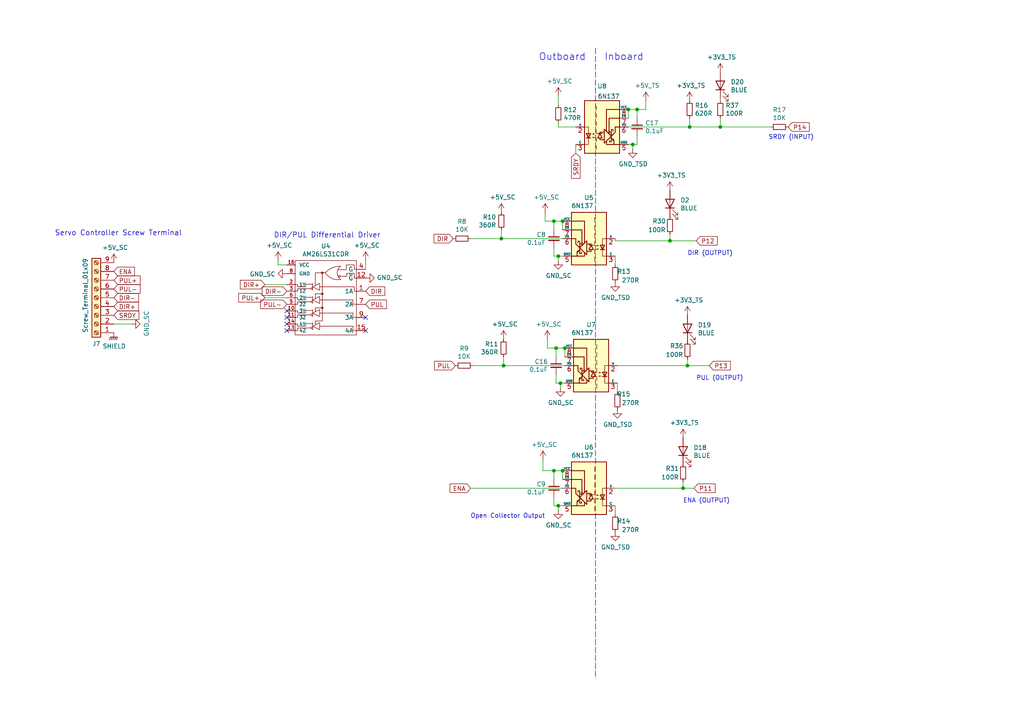
<source format=kicad_sch>
(kicad_sch (version 20211123) (generator eeschema)
  (paper "A4")
  (title_block (title "Tensile Board") (date "2021-02-23") (rev "1"))
  (lib_symbols
    (symbol "Connector:Screw_Terminal_01x09" (pin_names (offset 1.016) hide)
      (property "Reference" "J" (at 0 12.7 0))
      (property "Value" "Screw_Terminal_01x09" (at 0 -12.7 0))
      (symbol "Screw_Terminal_01x09_1_1"
        (rectangle (start -1.27 11.43) (end 1.27 -11.43) (stroke (width 0.254)) (fill (type background)))
        (circle (center 0 -10.16) (radius 0.635) (stroke (width 0.1524)))
        (circle (center 0 -7.62) (radius 0.635) (stroke (width 0.1524)))
        (circle (center 0 -5.08) (radius 0.635) (stroke (width 0.1524)))
        (circle (center 0 -2.54) (radius 0.635) (stroke (width 0.1524)))
        (polyline (pts (xy -0.5334 -9.8298) (xy 0.3302 -10.668)) (stroke (width 0.1524)))
        (polyline (pts (xy -0.5334 -7.2898) (xy 0.3302 -8.128)) (stroke (width 0.1524)))
        (polyline (pts (xy -0.5334 -4.7498) (xy 0.3302 -5.588)) (stroke (width 0.1524)))
        (polyline (pts (xy -0.5334 -2.2098) (xy 0.3302 -3.048)) (stroke (width 0.1524)))
        (polyline (pts (xy -0.5334 0.3302) (xy 0.3302 -0.508)) (stroke (width 0.1524)))
        (polyline (pts (xy -0.5334 2.8702) (xy 0.3302 2.032)) (stroke (width 0.1524)))
        (polyline (pts (xy -0.5334 5.4102) (xy 0.3302 4.572)) (stroke (width 0.1524)))
        (polyline (pts (xy -0.5334 7.9502) (xy 0.3302 7.112)) (stroke (width 0.1524)))
        (polyline (pts (xy -0.5334 10.4902) (xy 0.3302 9.652)) (stroke (width 0.1524)))
        (polyline (pts (xy -0.3556 -9.652) (xy 0.508 -10.4902)) (stroke (width 0.1524)))
        (polyline (pts (xy -0.3556 -7.112) (xy 0.508 -7.9502)) (stroke (width 0.1524)))
        (polyline (pts (xy -0.3556 -4.572) (xy 0.508 -5.4102)) (stroke (width 0.1524)))
        (polyline (pts (xy -0.3556 -2.032) (xy 0.508 -2.8702)) (stroke (width 0.1524)))
        (polyline (pts (xy -0.3556 0.508) (xy 0.508 -0.3302)) (stroke (width 0.1524)))
        (polyline (pts (xy -0.3556 3.048) (xy 0.508 2.2098)) (stroke (width 0.1524)))
        (polyline (pts (xy -0.3556 5.588) (xy 0.508 4.7498)) (stroke (width 0.1524)))
        (polyline (pts (xy -0.3556 8.128) (xy 0.508 7.2898)) (stroke (width 0.1524)))
        (polyline (pts (xy -0.3556 10.668) (xy 0.508 9.8298)) (stroke (width 0.1524)))
        (circle (center 0 0) (radius 0.635) (stroke (width 0.1524)))
        (circle (center 0 2.54) (radius 0.635) (stroke (width 0.1524)))
        (circle (center 0 5.08) (radius 0.635) (stroke (width 0.1524)))
        (circle (center 0 7.62) (radius 0.635) (stroke (width 0.1524)))
        (circle (center 0 10.16) (radius 0.635) (stroke (width 0.1524)))
        (pin passive line (at -5.08 10.16 0) (length 3.81) (name "Pin_1") (number "1"))
        (pin passive line (at -5.08 7.62 0) (length 3.81) (name "Pin_2") (number "2"))
        (pin passive line (at -5.08 5.08 0) (length 3.81) (name "Pin_3") (number "3"))
        (pin passive line (at -5.08 2.54 0) (length 3.81) (name "Pin_4") (number "4"))
        (pin passive line (at -5.08 0 0) (length 3.81) (name "Pin_5") (number "5"))
        (pin passive line (at -5.08 -2.54 0) (length 3.81) (name "Pin_6") (number "6"))
        (pin passive line (at -5.08 -5.08 0) (length 3.81) (name "Pin_7") (number "7"))
        (pin passive line (at -5.08 -7.62 0) (length 3.81) (name "Pin_8") (number "8"))
        (pin passive line (at -5.08 -10.16 0) (length 3.81) (name "Pin_9") (number "9"))
      )
    )
    (symbol "Device:C_Small" (pin_numbers hide) (pin_names (offset 0.254) hide)
      (property "Reference" "C" (at 0.254 1.778 0))
      (property "Value" "C_Small" (at 0.254 -2.032 0))
      (symbol "C_Small_0_1"
        (polyline (pts (xy -1.524 -0.508) (xy 1.524 -0.508)) (stroke (width 0.3302)))
        (polyline (pts (xy -1.524 0.508) (xy 1.524 0.508)) (stroke (width 0.3048)))
      )
      (symbol "C_Small_1_1"
        (pin passive line (at 0 2.54 270) (length 2.032) (name "~") (number "1"))
        (pin passive line (at 0 -2.54 90) (length 2.032) (name "~") (number "2"))
      )
    )
    (symbol "Device:LED" (pin_numbers hide) (pin_names (offset 1.016) hide)
      (property "Reference" "D" (at 0 2.54 0))
      (property "Value" "LED" (at 0 -2.54 0))
      (symbol "LED_0_1"
        (polyline (pts (xy -1.27 -1.27) (xy -1.27 1.27)) (stroke (width 0.254)))
        (polyline (pts (xy -1.27 0) (xy 1.27 0)))
        (polyline (pts (xy 1.27 -1.27) (xy 1.27 1.27) (xy -1.27 0) (xy 1.27 -1.27)) (stroke (width 0.254)))
        (polyline (pts (xy -3.048 -0.762) (xy -4.572 -2.286) (xy -3.81 -2.286) (xy -4.572 -2.286) (xy -4.572 -1.524)))
        (polyline (pts (xy -1.778 -0.762) (xy -3.302 -2.286) (xy -2.54 -2.286) (xy -3.302 -2.286) (xy -3.302 -1.524)))
      )
      (symbol "LED_1_1"
        (pin passive line (at -3.81 0 0) (length 2.54) (name "K") (number "1"))
        (pin passive line (at 3.81 0 180) (length 2.54) (name "A") (number "2"))
      )
    )
    (symbol "Device:R_Small" (pin_numbers hide) (pin_names (offset 0.254) hide)
      (property "Reference" "R" (at 0.762 0.508 0))
      (property "Value" "R_Small" (at 0.762 -1.016 0))
      (symbol "R_Small_0_1"
        (rectangle (start -0.762 1.778) (end 0.762 -1.778) (stroke (width 0.2032)))
      )
      (symbol "R_Small_1_1"
        (pin passive line (at 0 2.54 270) (length 0.762) (name "~") (number "1"))
        (pin passive line (at 0 -2.54 90) (length 0.762) (name "~") (number "2"))
      )
    )
    (symbol "Isolator:6N137" (pin_names (offset 0))
      (property "Reference" "U" (at -4.064 8.89 0))
      (property "Value" "6N137" (at 0 -8.89 0))
      (symbol "6N137_0_1"
        (polyline (pts (xy 2.667 -3.556) (xy 2.667 -1.651)) (stroke (width 0.254)))
        (polyline (pts (xy 2.667 -2.159) (xy 2.667 -2.921)) (stroke (width 0.254)))
        (polyline (pts (xy 3.429 -3.937) (xy 3.429 -5.08)) (stroke (width 0.254)))
        (polyline (pts (xy -0.635 -3.302) (xy -0.635 -3.683) (xy 0.635 -3.683)) (stroke (width 0.254)))
        (polyline (pts (xy -0.635 -1.905) (xy -0.635 -1.524) (xy 0.508 -1.524)) (stroke (width 0.254)))
        (polyline (pts (xy 1.27 -4.064) (xy 1.27 -5.08) (xy 5.08 -5.08)) (stroke (width 0.254)))
        (polyline (pts (xy 1.27 -1.27) (xy 1.27 5.08) (xy 5.08 5.08)) (stroke (width 0.254)))
        (polyline (pts (xy 2.032 -1.27) (xy 2.032 2.54) (xy 5.08 2.54)) (stroke (width 0.254)))
        (polyline (pts (xy -5.08 -5.08) (xy -3.937 -5.08) (xy -3.937 0) (xy -5.08 0)))
        (polyline (pts (xy 2.667 -3.302) (xy 2.667 -4.318) (xy 2.159 -4.318) (xy 2.159 -3.937)) (stroke (width 0.254)))
        (polyline (pts (xy 2.667 -2.667) (xy 0.635 -4.699) (xy 0.635 -0.635) (xy 2.667 -2.667)) (stroke (width 0.254)))
        (polyline (pts (xy 2.667 -1.778) (xy 2.667 -0.762) (xy 3.175 -0.762) (xy 3.175 -1.143)) (stroke (width 0.254)))
        (polyline (pts (xy 2.794 -2.54) (xy 3.81 -1.524) (xy 3.81 0) (xy 5.08 0)) (stroke (width 0.254)))
        (polyline (pts (xy 2.667 -3.175) (xy 3.429 -3.937) (xy 3.302 -3.556) (xy 3.048 -3.81) (xy 3.429 -3.937)) (stroke (width 0.254)))
        (circle (center 2.032 -1.524) (radius 0.254) (stroke (width 0.254)))
      )
      (symbol "6N137_1_1"
        (rectangle (start -5.08 7.62) (end 5.08 -7.62) (stroke (width 0.254)) (fill (type background)))
        (polyline (pts (xy -4.572 -3.175) (xy -3.302 -3.175)) (stroke (width 0.254)))
        (polyline (pts (xy -1.651 -5.334) (xy -1.651 -6.604)))
        (polyline (pts (xy -1.651 -3.048) (xy -1.651 -4.318)))
        (polyline (pts (xy -1.651 -0.762) (xy -1.651 -2.032)))
        (polyline (pts (xy -1.651 1.524) (xy -1.651 0.254)))
        (polyline (pts (xy -1.651 3.81) (xy -1.651 2.54)))
        (polyline (pts (xy -1.651 6.096) (xy -1.651 4.826)))
        (polyline (pts (xy -1.27 -1.905) (xy 0 -1.905)) (stroke (width 0.254)))
        (polyline (pts (xy -3.937 -3.175) (xy -4.572 -1.905) (xy -3.302 -1.905) (xy -3.937 -3.175)) (stroke (width 0.254)))
        (polyline (pts (xy -0.635 -1.905) (xy -1.27 -3.175) (xy 0 -3.175) (xy -0.635 -1.905)) (stroke (width 0.254)))
        (polyline (pts (xy -2.921 -3.048) (xy -2.159 -3.048) (xy -2.54 -3.175) (xy -2.54 -2.921) (xy -2.159 -3.048)) (stroke (width 0.127)))
        (polyline (pts (xy -2.921 -2.032) (xy -2.159 -2.032) (xy -2.54 -2.159) (xy -2.54 -1.905) (xy -2.159 -2.032)) (stroke (width 0.127)))
        (pin no_connect line (at -5.08 5.08 0) (length 2.54) hide (name "NC") (number "1"))
        (pin passive line (at -7.62 0 0) (length 2.54) (name "A") (number "2"))
        (pin passive line (at -7.62 -5.08 0) (length 2.54) (name "C") (number "3"))
        (pin power_in line (at 7.62 -5.08 180) (length 2.54) (name "GND") (number "5"))
        (pin open_collector line (at 7.62 0 180) (length 2.54) (name "VO") (number "6"))
        (pin input line (at 7.62 2.54 180) (length 2.54) (name "EN") (number "7"))
        (pin power_in line (at 7.62 5.08 180) (length 2.54) (name "VCC") (number "8"))
      )
    )
    (symbol "Tensile_Board:+3.3V_TS" (power) (pin_names (offset 0))
      (property "Value" "+3.3V_TS" (at 0 3.556 0))
      (symbol "+3.3V_TS_0_1"
        (polyline (pts (xy -0.762 1.27) (xy 0 2.54)))
        (polyline (pts (xy 0 0) (xy 0 2.54)))
        (polyline (pts (xy 0 2.54) (xy 0.762 1.27)))
      )
      (symbol "+3.3V_TS_1_1"
        (pin power_in line (at 0 0 90) (length 0) hide (name "+3V3_TS") (number "1"))
      )
    )
    (symbol "Tensile_Board:+5V_SC" (power) (pin_names (offset 0))
      (property "Value" "+5V_SC" (at 0 3.556 0))
      (symbol "+5V_SC_0_1"
        (polyline (pts (xy -0.762 1.27) (xy 0 2.54)))
        (polyline (pts (xy 0 0) (xy 0 2.54)))
        (polyline (pts (xy 0 2.54) (xy 0.762 1.27)))
      )
      (symbol "+5V_SC_1_1"
        (pin power_in line (at 0 0 90) (length 0) hide (name "+5V_SC") (number "1"))
      )
    )
    (symbol "Tensile_Board:+5V_TS" (power) (pin_names (offset 0))
      (property "Value" "+5V_TS" (at 0 3.556 0))
      (symbol "+5V_TS_0_1"
        (polyline (pts (xy -0.762 1.27) (xy 0 2.54)))
        (polyline (pts (xy 0 0) (xy 0 2.54)))
        (polyline (pts (xy 0 2.54) (xy 0.762 1.27)))
      )
      (symbol "+5V_TS_1_1"
        (pin power_in line (at 0 0 90) (length 0) hide (name "+5V_TS") (number "1"))
      )
    )
    (symbol "Tensile_Board:AM26LS31CDR" (pin_names (offset 1.016))
      (property "Reference" "U" (at -0.508 13.716 0))
      (property "Value" "AM26LS31CDR" (at 0.254 -10.16 0))
      (symbol "AM26LS31CDR_0_1"
        (rectangle (start -8.763 12.7) (end 9.017 -8.89))
        (arc (start -4.191 7.239) (mid -3.1715 9.144) (end -4.191 11.049))
        (arc (start -4.191 7.239) (mid -1.674 7.5012) (end 0.254 9.144))
        (circle (center -3.81 8.128) (radius 0.2794))
        (polyline (pts (xy -7.747 -6.35) (xy 1.651 -6.35)))
        (polyline (pts (xy -7.747 -2.54) (xy 1.651 -2.54)))
        (polyline (pts (xy -7.747 1.27) (xy 1.651 1.27)))
        (polyline (pts (xy 1.651 -6.35) (xy 1.905 -6.35)))
        (polyline (pts (xy 1.651 -2.54) (xy 1.905 -2.54)))
        (polyline (pts (xy 1.651 1.27) (xy 1.905 1.27)))
        (polyline (pts (xy 3.937 6.096) (xy 3.937 4.064)))
        (polyline (pts (xy 4.191 -5.588) (xy 3.937 -5.588)))
        (polyline (pts (xy -8.763 -7.62) (xy -7.747 -7.62) (xy -7.747 -6.35)))
        (polyline (pts (xy -8.763 -3.81) (xy -7.747 -3.81) (xy -7.747 -2.54)))
        (polyline (pts (xy -8.763 0) (xy -7.747 0) (xy -7.747 1.27)))
        (polyline (pts (xy 0.381 9.144) (xy 3.175 9.144) (xy 3.175 5.588)))
        (polyline (pts (xy 1.143 -1.016) (xy 1.143 -4.826) (xy 3.175 -4.826) (xy 3.175 -5.842)))
        (polyline (pts (xy 1.143 3.048) (xy 1.143 -1.016) (xy 3.175 -1.016) (xy 3.175 -2.032)))
        (polyline (pts (xy 1.905 6.096) (xy 3.937 5.08) (xy 1.905 4.064) (xy 1.905 6.096)))
        (polyline (pts (xy 4.445 -6.858) (xy 8.255 -6.858) (xy 8.255 -7.62) (xy 9.017 -7.62)))
        (polyline (pts (xy 4.445 -3.048) (xy 8.255 -3.048) (xy 8.255 -3.81) (xy 9.017 -3.81)))
        (polyline (pts (xy 4.445 0.762) (xy 8.255 0.762) (xy 8.255 0) (xy 9.017 0)))
        (polyline (pts (xy 4.445 4.572) (xy 8.255 4.572) (xy 8.255 3.81) (xy 9.017 3.81)))
        (polyline (pts (xy -8.763 3.81) (xy -8.128 3.81) (xy -8.128 5.08) (xy 1.905 5.08) (xy 1.778 5.08)))
        (polyline (pts (xy 1.143 9.144) (xy 1.143 3.048) (xy 2.921 3.048) (xy 3.175 3.048) (xy 3.175 1.778)))
        (polyline (pts (xy -8.763 10.16) (xy -8.128 10.16) (xy -8.128 11.43) (xy -5.842 11.43) (xy -5.842 10.033) (xy -3.429 10.033)))
        (polyline (pts (xy -4.064 8.128) (xy -5.969 8.128) (xy -5.969 9.017) (xy -8.128 9.017) (xy -8.128 7.62) (xy -8.763 7.62)))
        (polyline (pts (xy 3.937 -1.778) (xy 5.969 -1.778) (xy 5.969 -2.54) (xy 8.255 -2.54) (xy 8.255 -1.905) (xy 9.017 -1.905)))
        (polyline (pts (xy 3.937 2.032) (xy 5.969 2.032) (xy 5.969 1.27) (xy 8.255 1.27) (xy 8.255 1.905) (xy 9.017 1.905)))
        (polyline (pts (xy 3.937 5.842) (xy 5.969 5.842) (xy 5.969 5.08) (xy 8.255 5.08) (xy 8.255 5.715) (xy 9.017 5.715)))
        (polyline (pts (xy 4.191 -5.588) (xy 5.969 -5.588) (xy 5.969 -6.35) (xy 8.255 -6.35) (xy 8.255 -5.715) (xy 9.017 -5.715)))
        (arc (start 0.254 9.144) (mid -1.7604 10.5812) (end -4.191 11.049))
        (circle (center 1.143 -1.016) (radius 0.254) (fill (type outline)))
        (circle (center 1.143 3.048) (radius 0.254) (fill (type outline)))
        (circle (center 1.143 9.144) (radius 0.254) (fill (type outline)))
        (circle (center 4.191 4.572) (radius 0.254))
      )
      (symbol "AM26LS31CDR_1_1"
        (polyline (pts (xy 3.937 -5.334) (xy 3.937 -7.366)))
        (polyline (pts (xy 3.937 -1.524) (xy 3.937 -3.556)))
        (polyline (pts (xy 3.937 2.286) (xy 3.937 0.254)))
        (polyline (pts (xy 1.905 -5.334) (xy 3.937 -6.35) (xy 1.905 -7.366) (xy 1.905 -5.334)))
        (polyline (pts (xy 1.905 -1.524) (xy 3.937 -2.54) (xy 1.905 -3.556) (xy 1.905 -1.524)))
        (polyline (pts (xy 1.905 2.286) (xy 3.937 1.27) (xy 1.905 0.254) (xy 1.905 2.286)))
        (circle (center 4.191 -6.858) (radius 0.254))
        (circle (center 4.191 -3.048) (radius 0.254))
        (circle (center 4.191 0.762) (radius 0.254))
        (pin input line (at -11.43 3.81 0) (length 2.54) (name "1A") (number "1"))
        (pin input line (at 11.43 -1.905 180) (length 2.54) (name "3Y") (number "10"))
        (pin input line (at 11.43 -3.81 180) (length 2.54) (name "3Z") (number "11"))
        (pin input line (at -11.43 7.62 0) (length 2.54) (name "~{G}") (number "12"))
        (pin input line (at 11.43 -7.62 180) (length 2.54) (name "4Z") (number "13"))
        (pin input line (at 11.43 -5.715 180) (length 2.54) (name "4Y") (number "14"))
        (pin input line (at -11.43 -7.62 0) (length 2.54) (name "4A") (number "15"))
        (pin input line (at 11.43 11.43 180) (length 2.54) (name "VCC") (number "16"))
        (pin input line (at 11.43 5.715 180) (length 2.54) (name "1Y") (number "2"))
        (pin input line (at 11.43 3.81 180) (length 2.54) (name "1Z") (number "3"))
        (pin input line (at -11.43 10.16 0) (length 2.54) (name "G") (number "4"))
        (pin input line (at 11.43 0 180) (length 2.54) (name "2Z") (number "5"))
        (pin input line (at 11.43 1.905 180) (length 2.54) (name "2Y") (number "6"))
        (pin input line (at -11.43 0 0) (length 2.54) (name "2A") (number "7"))
        (pin input line (at 11.43 8.89 180) (length 2.54) (name "GND") (number "8"))
        (pin input line (at -11.43 -3.81 0) (length 2.54) (name "3A") (number "9"))
      )
    )
    (symbol "Tensile_Board:GND_SC" (power) (pin_names (offset 0))
      (property "Value" "GND_SC" (at 0 -3.81 0))
      (symbol "GND_SC_0_1"
        (polyline (pts (xy 0 0) (xy 0 -1.27) (xy 1.27 -1.27) (xy 0 -2.54) (xy -1.27 -1.27) (xy 0 -1.27)))
      )
      (symbol "GND_SC_1_1"
        (pin power_in line (at 0 0 270) (length 0) hide (name "GND_SC") (number "1"))
      )
    )
    (symbol "Tensile_Board:GND_TSD" (power) (pin_names (offset 0))
      (property "Value" "GND_TSD" (at 0 -3.81 0))
      (symbol "GND_TSD_0_1"
        (polyline (pts (xy 0 0) (xy 0 -1.27) (xy 1.27 -1.27) (xy 0 -2.54) (xy -1.27 -1.27) (xy 0 -1.27)))
      )
      (symbol "GND_TSD_1_1"
        (pin power_in line (at 0 0 270) (length 0) hide (name "GND_TSD") (number "1"))
      )
    )
    (symbol "Tensile_Board:SHIELD" (power) (pin_names (offset 0))
      (property "Value" "SHIELD" (at 0 -3.302 0))
      (symbol "SHIELD_0_1"
        (polyline (pts (xy 0 -1.27) (xy 0 0)))
        (polyline (pts (xy -1.016 -1.27) (xy -1.27 -2.032) (xy -1.27 -2.032)) (stroke (width 0.2032)))
        (polyline (pts (xy -0.508 -1.27) (xy -0.762 -2.032) (xy -0.762 -2.032)) (stroke (width 0.2032)))
        (polyline (pts (xy 0 -1.27) (xy -0.254 -2.032) (xy -0.254 -2.032)) (stroke (width 0.2032)))
        (polyline (pts (xy 0.508 -1.27) (xy 0.254 -2.032) (xy 0.254 -2.032)) (stroke (width 0.2032)))
        (polyline (pts (xy 1.016 -1.27) (xy -1.016 -1.27) (xy -1.016 -1.27)) (stroke (width 0.2032)))
        (polyline (pts (xy 1.016 -1.27) (xy 0.762 -2.032) (xy 0.762 -2.032) (xy 0.762 -2.032)) (stroke (width 0.2032)))
      )
      (symbol "SHIELD_1_1"
        (pin power_in line (at 0 0 270) (length 0) hide (name "SHIELD") (number "1"))
      )
    )
  )
  (junction (at 160.655 64.135))
  (junction (at 183.515 41.91))
  (junction (at 162.56 111.125))
  (junction (at 194.31 69.85))
  (junction (at 161.925 74.295))
  (junction (at 198.12 141.605))
  (junction (at 163.83 100.965))
  (junction (at 146.05 106.045))
  (junction (at 163.195 64.135))
  (junction (at 200.025 36.83))
  (junction (at 161.29 100.965))
  (junction (at 182.245 31.75))
  (junction (at 199.39 106.045))
  (junction (at 160.655 136.525))
  (junction (at 208.915 36.83))
  (junction (at 161.925 146.685))
  (junction (at 184.785 31.75))
  (junction (at 145.415 69.215))
  (junction (at 163.195 136.525))
  (no_connect (at 106.045 92.075))
  (no_connect (at 83.185 92.075))
  (no_connect (at 83.185 95.885))
  (no_connect (at 83.185 90.17))
  (no_connect (at 83.185 93.98))
  (no_connect (at 106.045 95.885))
  (wire (pts (xy 161.925 146.685) (xy 161.925 147.955)))
  (wire (pts (xy 198.12 141.605) (xy 201.295 141.605)))
  (wire (pts (xy 178.435 141.605) (xy 198.12 141.605)))
  (wire (pts (xy 163.195 141.605) (xy 136.525 141.605)))
  (wire (pts (xy 182.245 36.83) (xy 200.025 36.83)))
  (wire (pts (xy 161.925 30.48) (xy 161.925 27.94)))
  (wire (pts (xy 157.48 136.525) (xy 160.655 136.525)))
  (wire (pts (xy 178.435 149.225) (xy 178.435 146.685)))
  (wire (pts (xy 161.925 74.295) (xy 161.925 75.565)))
  (wire (pts (xy 163.83 106.045) (xy 146.05 106.045)))
  (wire (pts (xy 158.115 64.135) (xy 158.115 61.595)))
  (wire (pts (xy 163.195 64.135) (xy 160.655 64.135)))
  (wire (pts (xy 184.785 41.91) (xy 184.785 39.37)))
  (wire (pts (xy 160.655 66.675) (xy 160.655 64.135)))
  (wire (pts (xy 178.435 76.835) (xy 178.435 74.295)))
  (wire (pts (xy 160.655 139.065) (xy 160.655 136.525)))
  (wire (pts (xy 80.645 76.835) (xy 80.645 75.565)))
  (wire (pts (xy 208.915 36.83) (xy 223.52 36.83)))
  (wire (pts (xy 182.245 41.91) (xy 183.515 41.91)))
  (wire (pts (xy 161.29 111.125) (xy 161.29 108.585)))
  (wire (pts (xy 163.195 146.685) (xy 161.925 146.685)))
  (wire (pts (xy 160.655 74.295) (xy 160.655 71.755)))
  (wire (pts (xy 184.785 34.29) (xy 184.785 31.75)))
  (wire (pts (xy 76.835 82.55) (xy 83.185 82.55)))
  (wire (pts (xy 161.29 100.965) (xy 158.75 100.965)))
  (wire (pts (xy 163.83 103.505) (xy 163.83 100.965)))
  (wire (pts (xy 163.195 66.675) (xy 163.195 64.135)))
  (wire (pts (xy 199.39 106.045) (xy 205.74 106.045)))
  (wire (pts (xy 158.75 100.965) (xy 158.75 98.425)))
  (wire (pts (xy 208.915 34.29) (xy 208.915 36.83)))
  (wire (pts (xy 184.785 31.75) (xy 187.325 31.75)))
  (wire (pts (xy 83.185 76.835) (xy 80.645 76.835)))
  (wire (pts (xy 145.415 69.215) (xy 145.415 66.675)))
  (wire (pts (xy 179.07 113.665) (xy 179.07 111.125)))
  (wire (pts (xy 160.655 64.135) (xy 158.115 64.135)))
  (polyline (pts (xy 172.72 13.97) (xy 172.72 196.85)))
  (wire (pts (xy 183.515 41.91) (xy 184.785 41.91)))
  (wire (pts (xy 162.56 111.125) (xy 162.56 112.395)))
  (wire (pts (xy 76.835 86.36) (xy 83.185 86.36)))
  (wire (pts (xy 163.195 136.525) (xy 160.655 136.525)))
  (wire (pts (xy 160.655 146.685) (xy 160.655 144.145)))
  (wire (pts (xy 167.005 44.45) (xy 167.005 41.91)))
  (wire (pts (xy 162.56 111.125) (xy 161.29 111.125)))
  (wire (pts (xy 179.07 106.045) (xy 199.39 106.045)))
  (wire (pts (xy 187.325 31.75) (xy 187.325 29.21)))
  (wire (pts (xy 33.02 93.98) (xy 38.1 93.98)))
  (wire (pts (xy 183.515 41.91) (xy 183.515 43.18)))
  (wire (pts (xy 161.925 36.83) (xy 167.005 36.83)))
  (wire (pts (xy 178.435 69.85) (xy 194.31 69.85)))
  (wire (pts (xy 194.31 69.85) (xy 201.93 69.85)))
  (wire (pts (xy 182.245 31.75) (xy 184.785 31.75)))
  (wire (pts (xy 200.025 36.83) (xy 208.915 36.83)))
  (wire (pts (xy 200.025 36.83) (xy 200.025 34.29)))
  (wire (pts (xy 145.415 69.215) (xy 136.525 69.215)))
  (wire (pts (xy 182.245 34.29) (xy 182.245 31.75)))
  (wire (pts (xy 157.48 133.35) (xy 157.48 136.525)))
  (wire (pts (xy 163.195 74.295) (xy 161.925 74.295)))
  (wire (pts (xy 198.12 139.7) (xy 198.12 141.605)))
  (wire (pts (xy 161.29 103.505) (xy 161.29 100.965)))
  (wire (pts (xy 208.915 29.21) (xy 208.915 28.575)))
  (wire (pts (xy 146.05 106.045) (xy 146.05 103.505)))
  (wire (pts (xy 106.045 75.565) (xy 106.045 78.105)))
  (wire (pts (xy 161.925 35.56) (xy 161.925 36.83)))
  (wire (pts (xy 161.925 74.295) (xy 160.655 74.295)))
  (wire (pts (xy 163.83 111.125) (xy 162.56 111.125)))
  (wire (pts (xy 146.05 106.045) (xy 137.16 106.045)))
  (wire (pts (xy 163.195 139.065) (xy 163.195 136.525)))
  (wire (pts (xy 163.83 100.965) (xy 161.29 100.965)))
  (wire (pts (xy 194.31 67.945) (xy 194.31 69.85)))
  (wire (pts (xy 199.39 104.14) (xy 199.39 106.045)))
  (wire (pts (xy 178.435 69.85) (xy 178.435 69.215)))
  (wire (pts (xy 163.195 69.215) (xy 145.415 69.215)))
  (wire (pts (xy 161.925 146.685) (xy 160.655 146.685)))
  (text "Inboard" (at 175.26 17.78 0) (effects (font (size 2.0066 2.0066)) (justify left bottom)))
  (text "Servo Controller Screw Terminal" (at 15.875 68.58 0) (effects (font (size 1.4986 1.4986)) (justify left bottom)))
  (text "PUL (OUTPUT)" (at 201.93 110.49 0) (effects (font (size 1.27 1.27)) (justify left bottom)))
  (text "DIR (OUTPUT)" (at 199.39 74.295 0) (effects (font (size 1.27 1.27)) (justify left bottom)))
  (text "SRDY (INPUT)" (at 222.885 40.64 0) (effects (font (size 1.27 1.27)) (justify left bottom)))
  (text "DIR/PUL Differential Driver" (at 79.375 69.215 0) (effects (font (size 1.4986 1.4986)) (justify left bottom)))
  (text "Open Collector Output" (at 158.115 150.495 180) (effects (font (size 1.27 1.27)) (justify right bottom)))
  (text "ENA (OUTPUT)" (at 198.12 146.05 0) (effects (font (size 1.27 1.27)) (justify left bottom)))
  (text "Outboard" (at 156.21 17.78 0) (effects (font (size 2.0066 2.0066)) (justify left bottom)))
  (global_label "DIR-" (shape input) (at 33.02 86.36 0) (property "Intersheet References" "${INTERSHEET_REFS}" (effects hide)))
  (global_label "PUL" (shape input) (at 132.08 106.045 180) (property "Intersheet References" "${INTERSHEET_REFS}" (effects hide)))
  (global_label "P13" (shape input) (at 205.74 106.045 0) (property "Intersheet References" "${INTERSHEET_REFS}" (effects hide)))
  (global_label "PUL-" (shape input) (at 83.185 88.265 180) (property "Intersheet References" "${INTERSHEET_REFS}" (effects hide)))
  (global_label "P11" (shape input) (at 201.295 141.605 0) (property "Intersheet References" "${INTERSHEET_REFS}" (effects hide)))
  (global_label "P12" (shape input) (at 201.93 69.85 0) (property "Intersheet References" "${INTERSHEET_REFS}" (effects hide)))
  (global_label "DIR" (shape input) (at 106.045 84.455 0) (property "Intersheet References" "${INTERSHEET_REFS}" (effects hide)))
  (global_label "PUL+" (shape input) (at 33.02 81.28 0) (property "Intersheet References" "${INTERSHEET_REFS}" (effects hide)))
  (global_label "ENA" (shape input) (at 33.02 78.74 0) (property "Intersheet References" "${INTERSHEET_REFS}" (effects hide)))
  (global_label "DIR+" (shape input) (at 33.02 88.9 0) (property "Intersheet References" "${INTERSHEET_REFS}" (effects hide)))
  (global_label "ENA" (shape input) (at 136.525 141.605 180) (property "Intersheet References" "${INTERSHEET_REFS}" (effects hide)))
  (global_label "SRDY" (shape input) (at 33.02 91.44 0) (property "Intersheet References" "${INTERSHEET_REFS}" (effects hide)))
  (global_label "DIR-" (shape input) (at 83.185 84.455 180) (property "Intersheet References" "${INTERSHEET_REFS}" (effects hide)))
  (global_label "DIR" (shape input) (at 131.445 69.215 180) (property "Intersheet References" "${INTERSHEET_REFS}" (effects hide)))
  (global_label "SRDY" (shape input) (at 167.005 44.45 270) (property "Intersheet References" "${INTERSHEET_REFS}" (effects hide)))
  (global_label "P14" (shape input) (at 228.6 36.83 0) (property "Intersheet References" "${INTERSHEET_REFS}" (effects hide)))
  (global_label "PUL-" (shape input) (at 33.02 83.82 0) (property "Intersheet References" "${INTERSHEET_REFS}" (effects hide)))
  (global_label "DIR+" (shape input) (at 76.835 82.55 180) (property "Intersheet References" "${INTERSHEET_REFS}" (effects hide)))
  (global_label "PUL" (shape input) (at 106.045 88.265 0) (property "Intersheet References" "${INTERSHEET_REFS}" (effects hide)))
  (global_label "PUL+" (shape input) (at 76.835 86.36 180) (property "Intersheet References" "${INTERSHEET_REFS}" (effects hide)))
  (symbol (lib_id "Tensile_Board:GND_TSD") (at 178.435 81.915 0) (unit 1)
    (property "Reference" "#PWR0126" (effects hide))
    (property "Value" "GND_TSD" (at 178.562 86.3092 0))
  )
  (symbol (lib_id "Tensile_Board:GND_TSD") (at 179.07 118.745 0) (unit 1)
    (property "Reference" "#PWR0127" (effects hide))
    (property "Value" "GND_TSD" (at 179.197 123.1392 0))
  )
  (symbol (lib_id "Tensile_Board:GND_TSD") (at 178.435 154.305 0) (unit 1)
    (property "Reference" "#PWR0128" (effects hide))
    (property "Value" "GND_TSD" (at 178.562 158.6992 0))
  )
  (symbol (lib_id "Connector:Screw_Terminal_01x09") (at 27.94 86.36 180) (unit 1)
    (property "Reference" "J7" (at 27.94 99.695 0))
    (property "Value" "Screw_Terminal_01x09" (at 24.765 85.725 90))
    (property "Footprint" "TerminalBlock_4Ucon:TerminalBlock_4Ucon_1x09_P3.50mm_Vertical" (effects hide))
    (property "Type" "NA" (effects hide))
  )
  (symbol (lib_id "Tensile_Board:SHIELD") (at 33.02 96.52 0) (unit 1)
    (property "Reference" "#PWR0160" (effects hide))
    (property "Value" "SHIELD" (at 33.1216 100.4316 0))
  )
  (symbol (lib_id "Tensile_Board:AM26LS31CDR") (at 94.615 88.265 0) (mirror y)
    (property "Reference" "U4" (at 94.488 71.374 0))
    (property "Value" "AM26LS31CDR" (at 94.488 73.6854 0))
    (property "Footprint" "Package_SO:SOIC-16_3.9x9.9mm_P1.27mm" (effects hide))
    (property "Datasheet" "https://datasheet.lcsc.com/szlcsc/Texas-Instruments-TI-AM26LS31CDR_C6179.pdf" (effects hide))
    (property "LCSC" "C6179" (effects hide))
    (property "Type" "BASIC" (effects hide))
  )
  (symbol (lib_id "Isolator:6N137") (at 174.625 36.83 0)
    (property "Reference" "U8" (at 174.625 24.9682 0))
    (property "Value" "6N137" (at 176.53 27.94 0))
    (property "Footprint" "Package_SO:SOP-8_6.62x9.15mm_P2.54mm" (effects hide))
    (property "Datasheet" "https://docs.broadcom.com/docs/AV02-0940EN" (effects hide))
    (property "LCSC" "C110020" (effects hide))
    (property "Type" "BASIC" (effects hide))
  )
  (symbol (lib_id "Device:R_Small") (at 200.025 31.75 0)
    (property "Reference" "R16" (at 201.5236 30.5816 0) (effects (justify left)))
    (property "Value" "620R" (at 201.5236 32.893 0) (effects (justify left)))
    (property "Footprint" "Resistor_SMD:R_0603_1608Metric" (effects hide))
    (property "Datasheet" "https://datasheet.lcsc.com/szlcsc/Uniroyal-Elec-0603WAF3300T5E_C23138.pdf" (effects hide))
    (property "LCSC" "C23138" (effects hide))
    (property "Type" "BASIC" (effects hide))
  )
  (symbol (lib_id "Device:C_Small") (at 184.785 36.83 0)
    (property "Reference" "C17" (at 187.1218 35.6616 0) (effects (justify left)))
    (property "Value" "0.1uF" (at 187.1218 37.973 0) (effects (justify left)))
    (property "Footprint" "Capacitor_SMD:C_0603_1608Metric" (effects hide))
    (property "Datasheet" "https://datasheet.lcsc.com/szlcsc/YAGEO-CC0603KRX7R9BB104_C14663.pdf" (effects hide))
    (property "LCSC" "C14663" (effects hide))
    (property "Type" "BASIC" (effects hide))
  )
  (symbol (lib_id "Device:R_Small") (at 226.06 36.83 270)
    (property "Reference" "R17" (at 226.06 31.8516 90))
    (property "Value" "10K" (at 226.06 34.163 90))
    (property "Footprint" "Resistor_SMD:R_0603_1608Metric" (effects hide))
    (property "Datasheet" "https://datasheet.lcsc.com/szlcsc/Uniroyal-Elec-0603WAF1002T5E_C25804.pdf" (effects hide))
    (property "LCSC" "C25804" (effects hide))
    (property "Type" "BASIC" (effects hide))
  )
  (symbol (lib_id "Device:R_Small") (at 161.925 33.02 0)
    (property "Reference" "R12" (at 163.4236 31.8516 0) (effects (justify left)))
    (property "Value" "470R" (at 163.4236 34.163 0) (effects (justify left)))
    (property "Footprint" "Resistor_SMD:R_0603_1608Metric" (effects hide))
    (property "Datasheet" "https://datasheet.lcsc.com/szlcsc/Uniroyal-Elec-0603WAF4700T5E_C23179.pdf" (effects hide))
    (property "LCSC" "C23179" (effects hide))
    (property "Type" "BASIC" (effects hide))
  )
  (symbol (lib_id "Isolator:6N137") (at 170.815 69.215 0) (mirror y)
    (property "Reference" "U5" (at 170.815 57.3532 0))
    (property "Value" "6N137" (at 168.91 59.69 0))
    (property "Footprint" "Package_SO:SOP-8_6.62x9.15mm_P2.54mm" (effects hide))
    (property "Datasheet" "https://docs.broadcom.com/docs/AV02-0940EN" (effects hide))
    (property "LCSC" "C110020" (effects hide))
    (property "Type" "BASIC" (effects hide))
  )
  (symbol (lib_id "Device:R_Small") (at 145.415 64.135 0) (mirror y)
    (property "Reference" "R10" (at 143.9164 62.9666 0) (effects (justify left)))
    (property "Value" "360R" (at 143.9164 65.278 0) (effects (justify left)))
    (property "Footprint" "Resistor_SMD:R_0603_1608Metric" (effects hide))
    (property "Datasheet" "https://datasheet.lcsc.com/szlcsc/Uniroyal-Elec-0603WAF3600T5E_C25194.pdf" (effects hide))
    (property "LCSC" "C25194" (effects hide))
    (property "Type" "BASIC" (effects hide))
  )
  (symbol (lib_id "Device:C_Small") (at 160.655 69.215 0) (mirror y)
    (property "Reference" "C8" (at 158.3182 68.0466 0) (effects (justify left)))
    (property "Value" "0.1uF" (at 158.3182 70.358 0) (effects (justify left)))
    (property "Footprint" "Capacitor_SMD:C_0603_1608Metric" (effects hide))
    (property "Datasheet" "https://datasheet.lcsc.com/szlcsc/YAGEO-CC0603KRX7R9BB104_C14663.pdf" (effects hide))
    (property "LCSC" "C14663" (effects hide))
    (property "Type" "BASIC" (effects hide))
  )
  (symbol (lib_id "Device:R_Small") (at 178.435 79.375 0) (mirror y)
    (property "Reference" "R13" (at 182.88 78.74 0) (effects (justify left)))
    (property "Value" "270R" (at 185.42 81.28 0) (effects (justify left)))
    (property "Footprint" "Resistor_SMD:R_0603_1608Metric" (effects hide))
    (property "Datasheet" "https://datasheet.lcsc.com/szlcsc/Uniroyal-Elec-0603WAF2700T5E_C22966.pdf" (effects hide))
    (property "LCSC" "C22966" (effects hide))
    (property "Type" "BASIC" (effects hide))
  )
  (symbol (lib_id "Device:R_Small") (at 133.985 69.215 90) (mirror x)
    (property "Reference" "R8" (at 133.985 64.2366 90))
    (property "Value" "10K" (at 133.985 66.548 90))
    (property "Footprint" "Resistor_SMD:R_0603_1608Metric" (effects hide))
    (property "Datasheet" "https://datasheet.lcsc.com/szlcsc/Uniroyal-Elec-0603WAF1002T5E_C25804.pdf" (effects hide))
    (property "LCSC" "C25804" (effects hide))
    (property "Type" "BASIC" (effects hide))
  )
  (symbol (lib_id "Isolator:6N137") (at 171.45 106.045 0) (mirror y)
    (property "Reference" "U7" (at 171.45 94.1832 0))
    (property "Value" "6N137" (at 168.91 96.52 0))
    (property "Footprint" "Package_SO:SOP-8_6.62x9.15mm_P2.54mm" (effects hide))
    (property "Datasheet" "https://docs.broadcom.com/docs/AV02-0940EN" (effects hide))
    (property "LCSC" "C110020" (effects hide))
    (property "Type" "BASIC" (effects hide))
  )
  (symbol (lib_id "Device:R_Small") (at 146.05 100.965 0) (mirror y)
    (property "Reference" "R11" (at 144.5514 99.7966 0) (effects (justify left)))
    (property "Value" "360R" (at 144.5514 102.108 0) (effects (justify left)))
    (property "Footprint" "Resistor_SMD:R_0603_1608Metric" (effects hide))
    (property "Datasheet" "https://datasheet.lcsc.com/szlcsc/Uniroyal-Elec-0603WAF3600T5E_C25194.pdf" (effects hide))
    (property "LCSC" "C25194" (effects hide))
    (property "Type" "BASIC" (effects hide))
  )
  (symbol (lib_id "Device:C_Small") (at 161.29 106.045 0) (mirror y)
    (property "Reference" "C16" (at 158.9532 104.8766 0) (effects (justify left)))
    (property "Value" "0.1uF" (at 158.9532 107.188 0) (effects (justify left)))
    (property "Footprint" "Capacitor_SMD:C_0603_1608Metric" (effects hide))
    (property "Datasheet" "https://datasheet.lcsc.com/szlcsc/YAGEO-CC0603KRX7R9BB104_C14663.pdf" (effects hide))
    (property "LCSC" "C14663" (effects hide))
    (property "Type" "BASIC" (effects hide))
  )
  (symbol (lib_id "Device:R_Small") (at 179.07 116.205 0) (mirror y)
    (property "Reference" "R15" (at 182.88 114.3 0) (effects (justify left)))
    (property "Value" "270R" (at 185.42 116.84 0) (effects (justify left)))
    (property "Footprint" "Resistor_SMD:R_0603_1608Metric" (effects hide))
    (property "Datasheet" "https://datasheet.lcsc.com/szlcsc/Uniroyal-Elec-0603WAF2700T5E_C22966.pdf" (effects hide))
    (property "LCSC" "C22966" (effects hide))
    (property "Type" "BASIC" (effects hide))
  )
  (symbol (lib_id "Device:R_Small") (at 134.62 106.045 90) (mirror x)
    (property "Reference" "R9" (at 134.62 101.0666 90))
    (property "Value" "10K" (at 134.62 103.378 90))
    (property "Footprint" "Resistor_SMD:R_0603_1608Metric" (effects hide))
    (property "Datasheet" "https://datasheet.lcsc.com/szlcsc/Uniroyal-Elec-0603WAF1002T5E_C25804.pdf" (effects hide))
    (property "LCSC" "C25804" (effects hide))
    (property "Type" "BASIC" (effects hide))
  )
  (symbol (lib_id "Isolator:6N137") (at 170.815 141.605 0) (mirror y)
    (property "Reference" "U6" (at 170.815 129.7432 0))
    (property "Value" "6N137" (at 168.91 132.08 0))
    (property "Footprint" "Package_SO:SOP-8_6.62x9.15mm_P2.54mm" (effects hide))
    (property "Datasheet" "https://docs.broadcom.com/docs/AV02-0940EN" (effects hide))
    (property "LCSC" "C110020" (effects hide))
    (property "Type" "BASIC" (effects hide))
  )
  (symbol (lib_id "Device:C_Small") (at 160.655 141.605 0) (mirror y)
    (property "Reference" "C9" (at 158.3182 140.4366 0) (effects (justify left)))
    (property "Value" "0.1uF" (at 158.3182 142.748 0) (effects (justify left)))
    (property "Footprint" "Capacitor_SMD:C_0603_1608Metric" (effects hide))
    (property "Datasheet" "https://datasheet.lcsc.com/szlcsc/YAGEO-CC0603KRX7R9BB104_C14663.pdf" (effects hide))
    (property "LCSC" "C14663" (effects hide))
    (property "Type" "BASIC" (effects hide))
  )
  (symbol (lib_id "Device:R_Small") (at 178.435 151.765 0) (mirror y)
    (property "Reference" "R14" (at 182.88 151.13 0) (effects (justify left)))
    (property "Value" "270R" (at 185.42 153.67 0) (effects (justify left)))
    (property "Footprint" "Resistor_SMD:R_0603_1608Metric" (effects hide))
    (property "Datasheet" "https://datasheet.lcsc.com/szlcsc/Uniroyal-Elec-0603WAF2700T5E_C22966.pdf" (effects hide))
    (property "LCSC" "C22966" (effects hide))
    (property "Type" "BASIC" (effects hide))
  )
  (symbol (lib_id "Tensile_Board:+5V_SC") (at 33.02 76.2 0) (unit 1)
    (property "Reference" "#PWR0116" (effects hide))
    (property "Value" "+5V_SC" (at 33.401 71.8058 0))
  )
  (symbol (lib_id "Tensile_Board:GND_SC") (at 38.1 93.98 90) (unit 1)
    (property "Reference" "#PWR0117" (effects hide))
    (property "Value" "GND_SC" (at 42.4942 93.853 0))
  )
  (symbol (lib_id "Tensile_Board:+5V_SC") (at 161.925 27.94 0) (unit 1)
    (property "Reference" "#PWR0118" (effects hide))
    (property "Value" "+5V_SC" (at 162.306 23.5458 0))
  )
  (symbol (lib_id "Tensile_Board:+5V_SC") (at 80.645 75.565 0) (unit 1)
    (property "Reference" "#PWR0119" (effects hide))
    (property "Value" "+5V_SC" (at 81.026 71.1708 0))
  )
  (symbol (lib_id "Tensile_Board:GND_SC") (at 83.185 79.375 270) (unit 1)
    (property "Reference" "#PWR0120" (effects hide))
    (property "Value" "GND_SC" (at 79.9338 79.502 90) (effects (justify right)))
  )
  (symbol (lib_id "Tensile_Board:GND_SC") (at 106.045 80.645 90) (unit 1)
    (property "Reference" "#PWR0121" (effects hide))
    (property "Value" "GND_SC" (at 109.2962 80.518 90) (effects (justify right)))
  )
  (symbol (lib_id "Tensile_Board:+5V_SC") (at 106.045 75.565 0) (unit 1)
    (property "Reference" "#PWR0122" (effects hide))
    (property "Value" "+5V_SC" (at 106.426 71.1708 0))
  )
  (symbol (lib_id "Tensile_Board:+5V_TS") (at 187.325 29.21 0) (unit 1)
    (property "Reference" "#PWR0123" (effects hide))
    (property "Value" "+5V_TS" (at 187.706 24.8158 0))
  )
  (symbol (lib_id "Tensile_Board:+3.3V_TS") (at 200.025 29.21 0) (unit 1)
    (property "Reference" "#PWR0124" (effects hide))
    (property "Value" "+3.3V_TS" (at 200.406 24.8158 0))
  )
  (symbol (lib_id "Tensile_Board:GND_TSD") (at 183.515 43.18 0) (unit 1)
    (property "Reference" "#PWR0125" (effects hide))
    (property "Value" "GND_TSD" (at 183.642 47.5742 0))
  )
  (symbol (lib_id "Device:LED") (at 194.31 59.055 90)
    (property "Reference" "D2" (at 197.3072 58.0644 90) (effects (justify right)))
    (property "Value" "BLUE" (at 197.3072 60.3758 90) (effects (justify right)))
    (property "Footprint" "LED_SMD:LED_0603_1608Metric" (effects hide))
    (property "Datasheet" "https://datasheet.lcsc.com/szlcsc/Everlight-Elec-19-217-BHC-ZL1M2RY-3T_C72041.pdf" (effects hide))
    (property "LCSC" "C72041" (effects hide))
    (property "Type" "BASIC" (effects hide))
  )
  (symbol (lib_id "Device:R_Small") (at 194.31 65.405 0)
    (property "Reference" "R30" (at 189.23 64.135 0) (effects (justify left)))
    (property "Value" "100R" (at 187.96 66.675 0) (effects (justify left)))
    (property "Footprint" "Resistor_SMD:R_0603_1608Metric" (effects hide))
    (property "Datasheet" "https://datasheet.lcsc.com/szlcsc/Uniroyal-Elec-0603WAF330JT5E_C23140.pdf" (effects hide))
    (property "LCSC" "C22775" (effects hide))
    (property "Type" "BASIC" (effects hide))
  )
  (symbol (lib_id "Device:R_Small") (at 208.915 31.75 0)
    (property "Reference" "R37" (at 210.4136 30.5816 0) (effects (justify left)))
    (property "Value" "100R" (at 210.4136 32.893 0) (effects (justify left)))
    (property "Footprint" "Resistor_SMD:R_0603_1608Metric" (effects hide))
    (property "Datasheet" "https://datasheet.lcsc.com/szlcsc/Uniroyal-Elec-0603WAF3300T5E_C23138.pdf" (effects hide))
    (property "LCSC" "C22775" (effects hide))
    (property "Type" "BASIC" (effects hide))
  )
  (symbol (lib_id "Device:LED") (at 208.915 24.765 90)
    (property "Reference" "D20" (at 211.9122 23.7744 90) (effects (justify right)))
    (property "Value" "BLUE" (at 211.9122 26.0858 90) (effects (justify right)))
    (property "Footprint" "LED_SMD:LED_0603_1608Metric" (effects hide))
    (property "Datasheet" "https://datasheet.lcsc.com/szlcsc/Everlight-Elec-19-217-BHC-ZL1M2RY-3T_C72041.pdf" (effects hide))
    (property "LCSC" "C72041" (effects hide))
    (property "Type" "BASIC" (effects hide))
  )
  (symbol (lib_id "Tensile_Board:+3.3V_TS") (at 208.915 20.955 0) (unit 1)
    (property "Reference" "#PWR0170" (effects hide))
    (property "Value" "+3.3V_TS" (at 209.296 16.5608 0))
  )
  (symbol (lib_id "Tensile_Board:+3.3V_TS") (at 194.31 55.245 0) (unit 1)
    (property "Reference" "#PWR0177" (effects hide))
    (property "Value" "+3.3V_TS" (at 194.691 50.8508 0))
  )
  (symbol (lib_id "Device:LED") (at 199.39 95.25 90)
    (property "Reference" "D19" (at 202.3872 94.2594 90) (effects (justify right)))
    (property "Value" "BLUE" (at 202.3872 96.5708 90) (effects (justify right)))
    (property "Footprint" "LED_SMD:LED_0603_1608Metric" (effects hide))
    (property "Datasheet" "https://datasheet.lcsc.com/szlcsc/Everlight-Elec-19-217-BHC-ZL1M2RY-3T_C72041.pdf" (effects hide))
    (property "LCSC" "C72041" (effects hide))
    (property "Type" "BASIC" (effects hide))
  )
  (symbol (lib_id "Device:R_Small") (at 199.39 101.6 0)
    (property "Reference" "R36" (at 194.31 100.33 0) (effects (justify left)))
    (property "Value" "100R" (at 193.04 102.87 0) (effects (justify left)))
    (property "Footprint" "Resistor_SMD:R_0603_1608Metric" (effects hide))
    (property "Datasheet" "https://datasheet.lcsc.com/szlcsc/Uniroyal-Elec-0603WAF330JT5E_C23140.pdf" (effects hide))
    (property "LCSC" "C22775" (effects hide))
    (property "Type" "BASIC" (effects hide))
  )
  (symbol (lib_id "Tensile_Board:+3.3V_TS") (at 199.39 91.44 0) (unit 1)
    (property "Reference" "#PWR0245" (effects hide))
    (property "Value" "+3.3V_TS" (at 199.771 87.0458 0))
  )
  (symbol (lib_id "Device:LED") (at 198.12 130.81 90)
    (property "Reference" "D18" (at 201.1172 129.8194 90) (effects (justify right)))
    (property "Value" "BLUE" (at 201.1172 132.1308 90) (effects (justify right)))
    (property "Footprint" "LED_SMD:LED_0603_1608Metric" (effects hide))
    (property "Datasheet" "https://datasheet.lcsc.com/szlcsc/Everlight-Elec-19-217-BHC-ZL1M2RY-3T_C72041.pdf" (effects hide))
    (property "LCSC" "C72041" (effects hide))
    (property "Type" "BASIC" (effects hide))
  )
  (symbol (lib_id "Device:R_Small") (at 198.12 137.16 0)
    (property "Reference" "R31" (at 193.04 135.89 0) (effects (justify left)))
    (property "Value" "100R" (at 191.77 138.43 0) (effects (justify left)))
    (property "Footprint" "Resistor_SMD:R_0603_1608Metric" (effects hide))
    (property "Datasheet" "https://datasheet.lcsc.com/szlcsc/Uniroyal-Elec-0603WAF330JT5E_C23140.pdf" (effects hide))
    (property "LCSC" "C22775" (effects hide))
    (property "Type" "BASIC" (effects hide))
  )
  (symbol (lib_id "Tensile_Board:+3.3V_TS") (at 198.12 127 0) (unit 1)
    (property "Reference" "#PWR0246" (effects hide))
    (property "Value" "+3.3V_TS" (at 198.501 122.6058 0))
  )
  (symbol (lib_id "Tensile_Board:+5V_SC") (at 157.48 133.35 0) (unit 1)
    (property "Reference" "#PWR0244" (effects hide))
    (property "Value" "+5V_SC" (at 157.861 128.9558 0))
  )
  (symbol (lib_id "Tensile_Board:GND_SC") (at 161.925 147.955 0) (unit 1)
    (property "Reference" "#PWR0278" (effects hide))
    (property "Value" "GND_SC" (at 162.052 152.3492 0))
  )
  (symbol (lib_id "Tensile_Board:+5V_SC") (at 158.75 98.425 0) (unit 1)
    (property "Reference" "#PWR0279" (effects hide))
    (property "Value" "+5V_SC" (at 159.131 94.0308 0))
  )
  (symbol (lib_id "Tensile_Board:+5V_SC") (at 146.05 98.425 0) (unit 1)
    (property "Reference" "#PWR0280" (effects hide))
    (property "Value" "+5V_SC" (at 146.431 94.0308 0))
  )
  (symbol (lib_id "Tensile_Board:GND_SC") (at 162.56 112.395 0) (unit 1)
    (property "Reference" "#PWR0281" (effects hide))
    (property "Value" "GND_SC" (at 162.687 116.7892 0))
  )
  (symbol (lib_id "Tensile_Board:+5V_SC") (at 158.115 61.595 0) (unit 1)
    (property "Reference" "#PWR0282" (effects hide))
    (property "Value" "+5V_SC" (at 158.496 57.2008 0))
  )
  (symbol (lib_id "Tensile_Board:+5V_SC") (at 145.415 61.595 0) (unit 1)
    (property "Reference" "#PWR0283" (effects hide))
    (property "Value" "+5V_SC" (at 145.796 57.2008 0))
  )
  (symbol (lib_id "Tensile_Board:GND_SC") (at 161.925 75.565 0) (unit 1)
    (property "Reference" "#PWR0284" (effects hide))
    (property "Value" "GND_SC" (at 162.052 79.9592 0))
  )
)
</source>
